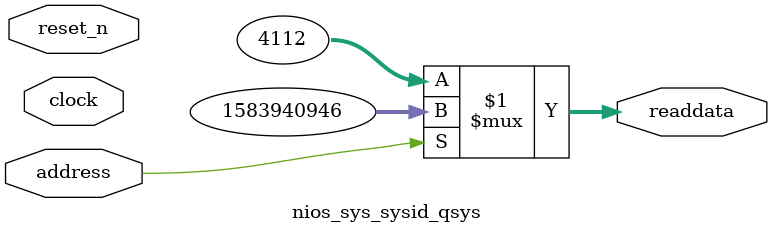
<source format=v>



// synthesis translate_off
`timescale 1ns / 1ps
// synthesis translate_on

// turn off superfluous verilog processor warnings 
// altera message_level Level1 
// altera message_off 10034 10035 10036 10037 10230 10240 10030 

module nios_sys_sysid_qsys (
               // inputs:
                address,
                clock,
                reset_n,

               // outputs:
                readdata
             )
;

  output  [ 31: 0] readdata;
  input            address;
  input            clock;
  input            reset_n;

  wire    [ 31: 0] readdata;
  //control_slave, which is an e_avalon_slave
  assign readdata = address ? 1583940946 : 4112;

endmodule



</source>
